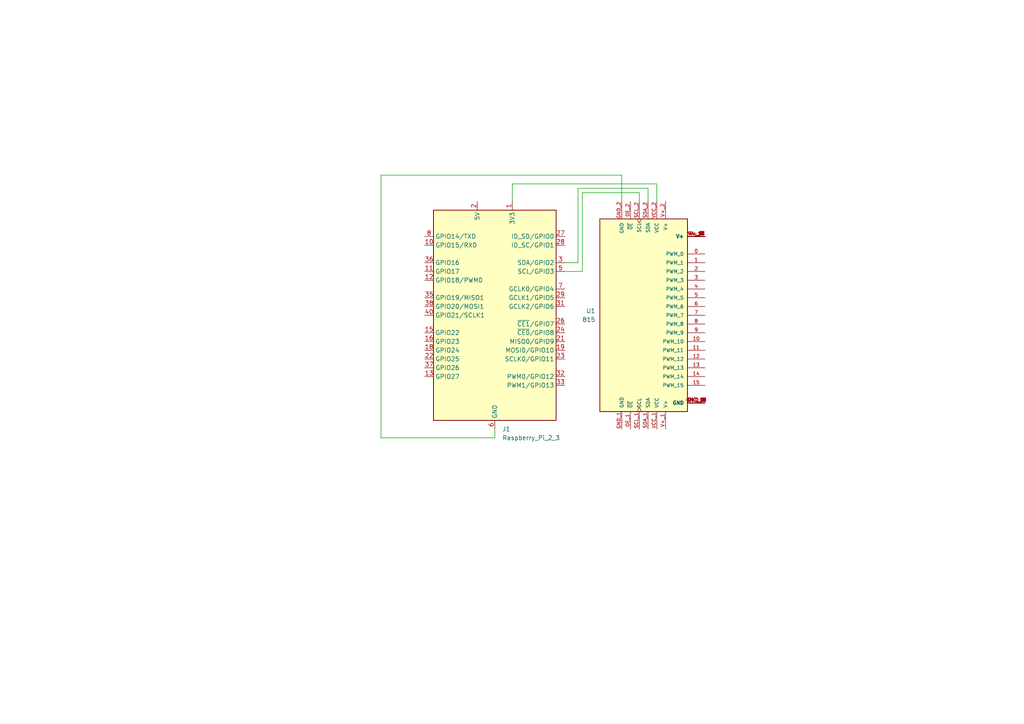
<source format=kicad_sch>
(kicad_sch (version 20250114) (generator "eeschema") (generator_version "9.0")
  (paper "A4")
  (lib_symbols
    (symbol "Connector:Raspberry_Pi_2_3"
      (property "Reference" "J" (at -17.78 31.75 0))
      (property "Value" "Raspberry_Pi_2_3" (at 10.16 -31.75 0))
      (symbol "Raspberry_Pi_2_3_0_1"
        (rectangle (start -17.78 30.48) (end 17.78 -30.48) (stroke (width 0.254)) (fill (type background)))
      )
      (symbol "Raspberry_Pi_2_3_1_1"
        (pin bidirectional line (at -20.32 22.86 0) (length 2.54) (name "GPIO14/TXD") (number "8"))
        (pin bidirectional line (at -20.32 20.32 0) (length 2.54) (name "GPIO15/RXD") (number "10"))
        (pin bidirectional line (at -20.32 15.24 0) (length 2.54) (name "GPIO16") (number "36"))
        (pin bidirectional line (at -20.32 12.7 0) (length 2.54) (name "GPIO17") (number "11"))
        (pin bidirectional line (at -20.32 10.16 0) (length 2.54) (name "GPIO18/PWM0") (number "12"))
        (pin bidirectional line (at -20.32 5.08 0) (length 2.54) (name "GPIO19/MISO1") (number "35"))
        (pin bidirectional line (at -20.32 2.54 0) (length 2.54) (name "GPIO20/MOSI1") (number "38"))
        (pin bidirectional line (at -20.32 0 0) (length 2.54) (name "GPIO21/SCLK1") (number "40"))
        (pin bidirectional line (at -20.32 -5.08 0) (length 2.54) (name "GPIO22") (number "15"))
        (pin bidirectional line (at -20.32 -7.62 0) (length 2.54) (name "GPIO23") (number "16"))
        (pin bidirectional line (at -20.32 -10.16 0) (length 2.54) (name "GPIO24") (number "18"))
        (pin bidirectional line (at -20.32 -12.7 0) (length 2.54) (name "GPIO25") (number "22"))
        (pin bidirectional line (at -20.32 -15.24 0) (length 2.54) (name "GPIO26") (number "37"))
        (pin bidirectional line (at -20.32 -17.78 0) (length 2.54) (name "GPIO27") (number "13"))
        (pin power_in line (at -5.08 33.02 270) (length 2.54) (name "5V") (number "2"))
        (pin passive line (at -5.08 33.02 270) (length 2.54) (hide yes) (name "5V") (number "4"))
        (pin passive line (at 0 -33.02 90) (length 2.54) (hide yes) (name "GND") (number "14"))
        (pin passive line (at 0 -33.02 90) (length 2.54) (hide yes) (name "GND") (number "20"))
        (pin passive line (at 0 -33.02 90) (length 2.54) (hide yes) (name "GND") (number "25"))
        (pin passive line (at 0 -33.02 90) (length 2.54) (hide yes) (name "GND") (number "30"))
        (pin passive line (at 0 -33.02 90) (length 2.54) (hide yes) (name "GND") (number "34"))
        (pin passive line (at 0 -33.02 90) (length 2.54) (hide yes) (name "GND") (number "39"))
        (pin power_in line (at 0 -33.02 90) (length 2.54) (name "GND") (number "6"))
        (pin passive line (at 0 -33.02 90) (length 2.54) (hide yes) (name "GND") (number "9"))
        (pin power_in line (at 5.08 33.02 270) (length 2.54) (name "3V3") (number "1"))
        (pin passive line (at 5.08 33.02 270) (length 2.54) (hide yes) (name "3V3") (number "17"))
        (pin bidirectional line (at 20.32 22.86 180) (length 2.54) (name "ID_SD/GPIO0") (number "27"))
        (pin bidirectional line (at 20.32 20.32 180) (length 2.54) (name "ID_SC/GPIO1") (number "28"))
        (pin bidirectional line (at 20.32 15.24 180) (length 2.54) (name "SDA/GPIO2") (number "3"))
        (pin bidirectional line (at 20.32 12.7 180) (length 2.54) (name "SCL/GPIO3") (number "5"))
        (pin bidirectional line (at 20.32 7.62 180) (length 2.54) (name "GCLK0/GPIO4") (number "7"))
        (pin bidirectional line (at 20.32 5.08 180) (length 2.54) (name "GCLK1/GPIO5") (number "29"))
        (pin bidirectional line (at 20.32 2.54 180) (length 2.54) (name "GCLK2/GPIO6") (number "31"))
        (pin bidirectional line (at 20.32 -2.54 180) (length 2.54) (name "~{CE1}/GPIO7") (number "26"))
        (pin bidirectional line (at 20.32 -5.08 180) (length 2.54) (name "~{CE0}/GPIO8") (number "24"))
        (pin bidirectional line (at 20.32 -7.62 180) (length 2.54) (name "MISO0/GPIO9") (number "21"))
        (pin bidirectional line (at 20.32 -10.16 180) (length 2.54) (name "MOSI0/GPIO10") (number "19"))
        (pin bidirectional line (at 20.32 -12.7 180) (length 2.54) (name "SCLK0/GPIO11") (number "23"))
        (pin bidirectional line (at 20.32 -17.78 180) (length 2.54) (name "PWM0/GPIO12") (number "32"))
        (pin bidirectional line (at 20.32 -20.32 180) (length 2.54) (name "PWM1/GPIO13") (number "33"))
      )
    )
    (symbol "PCA9685_ServoDriver:815" (pin_names (offset 1.016))
      (property "Reference" "U" (at -12.7 28.702 0))
      (property "Value" "815" (at -12.7 -30.48 0))
      (symbol "815_0_0"
        (rectangle (start -12.7 -27.94) (end 12.7 27.94) (stroke (width 0.254)) (fill (type background)))
        (pin power_in line (at -6.35 33.02 270) (length 5.08) (name "GND") (number "GND_2"))
        (pin power_in line (at -6.35 -33.02 90) (length 5.08) (name "GND") (number "GND_1"))
        (pin input line (at -3.81 33.02 270) (length 5.08) (name "~{OE}") (number "OE_2"))
        (pin input line (at -3.81 -33.02 90) (length 5.08) (name "~{OE}") (number "OE_1"))
        (pin input clock (at -1.27 33.02 270) (length 5.08) (name "SCL") (number "SCL_2"))
        (pin input clock (at -1.27 -33.02 90) (length 5.08) (name "SCL") (number "SCL_1"))
        (pin bidirectional line (at 1.27 33.02 270) (length 5.08) (name "SDA") (number "SDA_2"))
        (pin bidirectional line (at 1.27 -33.02 90) (length 5.08) (name "SDA") (number "SDA_1"))
        (pin power_in line (at 3.81 33.02 270) (length 5.08) (name "VCC") (number "VCC_2"))
        (pin power_in line (at 3.81 -33.02 90) (length 5.08) (name "VCC") (number "VCC_1"))
        (pin power_in line (at 6.35 33.02 270) (length 5.08) (name "V+") (number "V+_2"))
        (pin power_in line (at 6.35 -33.02 90) (length 5.08) (name "V+") (number "V+_1"))
        (pin power_in line (at 17.78 22.86 180) (length 5.08) (name "V+") (number "V+_10"))
        (pin power_in line (at 17.78 22.86 180) (length 5.08) (name "V+") (number "V+_11"))
        (pin power_in line (at 17.78 22.86 180) (length 5.08) (name "V+") (number "V+_12"))
        (pin power_in line (at 17.78 22.86 180) (length 5.08) (name "V+") (number "V+_13"))
        (pin power_in line (at 17.78 22.86 180) (length 5.08) (name "V+") (number "V+_14"))
        (pin power_in line (at 17.78 22.86 180) (length 5.08) (name "V+") (number "V+_15"))
        (pin power_in line (at 17.78 22.86 180) (length 5.08) (name "V+") (number "V+_16"))
        (pin power_in line (at 17.78 22.86 180) (length 5.08) (name "V+") (number "V+_17"))
        (pin power_in line (at 17.78 22.86 180) (length 5.08) (name "V+") (number "V+_18"))
        (pin power_in line (at 17.78 22.86 180) (length 5.08) (name "V+") (number "V+_3"))
        (pin power_in line (at 17.78 22.86 180) (length 5.08) (name "V+") (number "V+_4"))
        (pin power_in line (at 17.78 22.86 180) (length 5.08) (name "V+") (number "V+_5"))
        (pin power_in line (at 17.78 22.86 180) (length 5.08) (name "V+") (number "V+_6"))
        (pin power_in line (at 17.78 22.86 180) (length 5.08) (name "V+") (number "V+_7"))
        (pin power_in line (at 17.78 22.86 180) (length 5.08) (name "V+") (number "V+_8"))
        (pin power_in line (at 17.78 22.86 180) (length 5.08) (name "V+") (number "V+_9"))
        (pin output line (at 17.78 17.78 180) (length 5.08) (name "PWM_0") (number "0"))
        (pin output line (at 17.78 15.24 180) (length 5.08) (name "PWM_1") (number "1"))
        (pin output line (at 17.78 12.7 180) (length 5.08) (name "PWM_2") (number "2"))
        (pin output line (at 17.78 10.16 180) (length 5.08) (name "PWM_3") (number "3"))
        (pin output line (at 17.78 7.62 180) (length 5.08) (name "PWM_4") (number "4"))
        (pin output line (at 17.78 5.08 180) (length 5.08) (name "PWM_5") (number "5"))
        (pin output line (at 17.78 2.54 180) (length 5.08) (name "PWM_6") (number "6"))
        (pin output line (at 17.78 0 180) (length 5.08) (name "PWM_7") (number "7"))
        (pin output line (at 17.78 -2.54 180) (length 5.08) (name "PWM_8") (number "8"))
        (pin output line (at 17.78 -5.08 180) (length 5.08) (name "PWM_9") (number "9"))
        (pin output line (at 17.78 -7.62 180) (length 5.08) (name "PWM_10") (number "10"))
        (pin output line (at 17.78 -10.16 180) (length 5.08) (name "PWM_11") (number "11"))
        (pin output line (at 17.78 -12.7 180) (length 5.08) (name "PWM_12") (number "12"))
        (pin output line (at 17.78 -15.24 180) (length 5.08) (name "PWM_13") (number "13"))
        (pin output line (at 17.78 -17.78 180) (length 5.08) (name "PWM_14") (number "14"))
        (pin output line (at 17.78 -20.32 180) (length 5.08) (name "PWM_15") (number "15"))
        (pin power_in line (at 17.78 -25.4 180) (length 5.08) (name "GND") (number "GND_10"))
        (pin power_in line (at 17.78 -25.4 180) (length 5.08) (name "GND") (number "GND_11"))
        (pin power_in line (at 17.78 -25.4 180) (length 5.08) (name "GND") (number "GND_12"))
        (pin power_in line (at 17.78 -25.4 180) (length 5.08) (name "GND") (number "GND_13"))
        (pin power_in line (at 17.78 -25.4 180) (length 5.08) (name "GND") (number "GND_14"))
        (pin power_in line (at 17.78 -25.4 180) (length 5.08) (name "GND") (number "GND_15"))
        (pin power_in line (at 17.78 -25.4 180) (length 5.08) (name "GND") (number "GND_16"))
        (pin power_in line (at 17.78 -25.4 180) (length 5.08) (name "GND") (number "GND_17"))
        (pin power_in line (at 17.78 -25.4 180) (length 5.08) (name "GND") (number "GND_18"))
        (pin power_in line (at 17.78 -25.4 180) (length 5.08) (name "GND") (number "GND_3"))
        (pin power_in line (at 17.78 -25.4 180) (length 5.08) (name "GND") (number "GND_4"))
        (pin power_in line (at 17.78 -25.4 180) (length 5.08) (name "GND") (number "GND_5"))
        (pin power_in line (at 17.78 -25.4 180) (length 5.08) (name "GND") (number "GND_6"))
        (pin power_in line (at 17.78 -25.4 180) (length 5.08) (name "GND") (number "GND_7"))
        (pin power_in line (at 17.78 -25.4 180) (length 5.08) (name "GND") (number "GND_8"))
        (pin power_in line (at 17.78 -25.4 180) (length 5.08) (name "GND") (number "GND_9"))
      )
    )
  )
  (wire (pts (xy 185.42 58.42) (xy 185.42 55.88)))
  (wire (pts (xy 168.91 78.74) (xy 163.83 78.74)))
  (wire (pts (xy 167.64 76.2) (xy 163.83 76.2)))
  (wire (pts (xy 168.91 55.88) (xy 168.91 78.74)))
  (wire (pts (xy 110.49 50.8) (xy 110.49 127)))
  (wire (pts (xy 190.5 53.34) (xy 190.5 58.42)))
  (wire (pts (xy 180.34 58.42) (xy 180.34 50.8)))
  (wire (pts (xy 110.49 127) (xy 143.51 127)))
  (wire (pts (xy 143.51 127) (xy 143.51 124.46)))
  (wire (pts (xy 185.42 55.88) (xy 168.91 55.88)))
  (wire (pts (xy 187.96 54.61) (xy 167.64 54.61)))
  (wire (pts (xy 187.96 58.42) (xy 187.96 54.61)))
  (wire (pts (xy 148.59 53.34) (xy 190.5 53.34)))
  (wire (pts (xy 180.34 50.8) (xy 110.49 50.8)))
  (wire (pts (xy 167.64 54.61) (xy 167.64 76.2)))
  (wire (pts (xy 148.59 58.42) (xy 148.59 53.34)))
  (symbol (lib_id "PCA9685_ServoDriver:815") (at 186.69 91.44 0) (unit 1)
    (property "Reference" "U1" (at 172.72 90.1699 0) (effects (justify right)))
    (property "Value" "815" (at 172.72 92.7099 0) (effects (justify right)))
    (property "Footprint" "815:MODULE_815" (effects (hide yes)))
    (property "MF" "Adafruit" (effects (hide yes)))
    (property "SNAPEDA_PACKAGE_ID" "124074" (effects (hide yes)))
    (property "Package" "Non-Standard Adafruit" (effects (hide yes)))
    (property "Price" "None" (effects (hide yes)))
    (property "Check_prices" "https://www.snapeda.com/parts/815/Adafruit+Industries/view-part/?ref=eda" (effects (hide yes)))
    (property "STANDARD" "Manufacturer Recommendations" (effects (hide yes)))
    (property "PARTREV" "C" (effects (hide yes)))
    (property "SnapEDA_Link" "https://www.snapeda.com/parts/815/Adafruit+Industries/view-part/?ref=snap" (effects (hide yes)))
    (property "MP" "815" (effects (hide yes)))
    (property "Description_1" "Adafruit 16-Channel 12-bit PWM/Servo Driver - I2C interface - PCA9685" (effects (hide yes)))
    (property "MANUFACTURER" "Adafruit" (effects (hide yes)))
    (property "Availability" "In Stock" (effects (hide yes)))
    (property "MAXIMUM_PACKAGE_HEIGHT" "N/A" (effects (hide yes)))
  )
  (symbol (lib_id "Connector:Raspberry_Pi_2_3") (at 143.51 91.44 0) (unit 1)
    (property "Reference" "J1" (at 145.6533 124.46 0) (effects (justify left)))
    (property "Value" "Raspberry_Pi_2_3" (at 145.6533 127 0) (effects (justify left)))
    (property "Datasheet" "https://www.raspberrypi.org/documentation/hardware/raspberrypi/schematics/rpi_SCH_3bplus_1p0_reduced.pdf" (effects (hide yes)))
    (property "Description" "expansion header for Raspberry Pi 2 & 3" (effects (hide yes)))
  )
)
</source>
